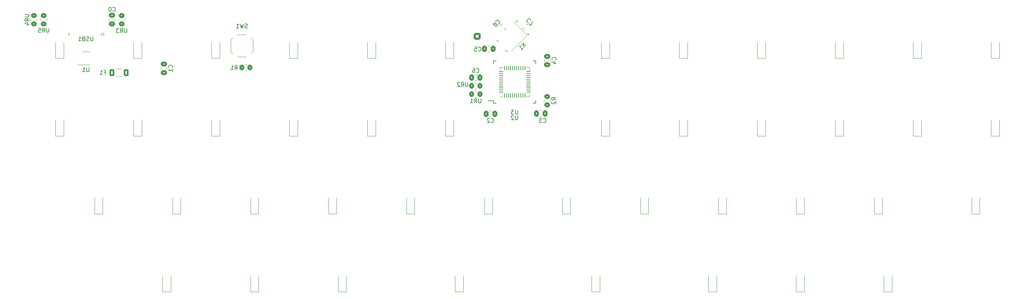
<source format=gbo>
G04 #@! TF.GenerationSoftware,KiCad,Pcbnew,(6.0.5)*
G04 #@! TF.CreationDate,2022-08-11T09:24:00-04:00*
G04 #@! TF.ProjectId,phoenix45_alpha-rounded,70686f65-6e69-4783-9435-5f616c706861,rev?*
G04 #@! TF.SameCoordinates,Original*
G04 #@! TF.FileFunction,Legend,Bot*
G04 #@! TF.FilePolarity,Positive*
%FSLAX46Y46*%
G04 Gerber Fmt 4.6, Leading zero omitted, Abs format (unit mm)*
G04 Created by KiCad (PCBNEW (6.0.5)) date 2022-08-11 09:24:00*
%MOMM*%
%LPD*%
G01*
G04 APERTURE LIST*
G04 Aperture macros list*
%AMRoundRect*
0 Rectangle with rounded corners*
0 $1 Rounding radius*
0 $2 $3 $4 $5 $6 $7 $8 $9 X,Y pos of 4 corners*
0 Add a 4 corners polygon primitive as box body*
4,1,4,$2,$3,$4,$5,$6,$7,$8,$9,$2,$3,0*
0 Add four circle primitives for the rounded corners*
1,1,$1+$1,$2,$3*
1,1,$1+$1,$4,$5*
1,1,$1+$1,$6,$7*
1,1,$1+$1,$8,$9*
0 Add four rect primitives between the rounded corners*
20,1,$1+$1,$2,$3,$4,$5,0*
20,1,$1+$1,$4,$5,$6,$7,0*
20,1,$1+$1,$6,$7,$8,$9,0*
20,1,$1+$1,$8,$9,$2,$3,0*%
%AMRotRect*
0 Rectangle, with rotation*
0 The origin of the aperture is its center*
0 $1 length*
0 $2 width*
0 $3 Rotation angle, in degrees counterclockwise*
0 Add horizontal line*
21,1,$1,$2,0,0,$3*%
G04 Aperture macros list end*
%ADD10C,0.150000*%
%ADD11C,0.125000*%
%ADD12C,0.120000*%
%ADD13C,3.987800*%
%ADD14C,1.750000*%
%ADD15C,2.250000*%
%ADD16R,1.200000X1.200000*%
%ADD17C,1.200000*%
%ADD18C,1.600000*%
%ADD19O,1.600000X1.600000*%
%ADD20C,1.397000*%
%ADD21R,1.200000X0.900000*%
%ADD22RoundRect,0.250000X-0.350000X-0.450000X0.350000X-0.450000X0.350000X0.450000X-0.350000X0.450000X0*%
%ADD23RotRect,2.100000X1.800000X225.000000*%
%ADD24RoundRect,0.250000X0.475000X-0.337500X0.475000X0.337500X-0.475000X0.337500X-0.475000X-0.337500X0*%
%ADD25RoundRect,0.250000X-0.337500X-0.475000X0.337500X-0.475000X0.337500X0.475000X-0.337500X0.475000X0*%
%ADD26RoundRect,0.250000X0.450000X-0.350000X0.450000X0.350000X-0.450000X0.350000X-0.450000X-0.350000X0*%
%ADD27RoundRect,0.062500X-0.475000X-0.062500X0.475000X-0.062500X0.475000X0.062500X-0.475000X0.062500X0*%
%ADD28RoundRect,0.062500X-0.062500X-0.475000X0.062500X-0.475000X0.062500X0.475000X-0.062500X0.475000X0*%
%ADD29R,5.200000X5.200000*%
%ADD30R,1.100000X1.800000*%
%ADD31RoundRect,0.250000X0.097227X-0.574524X0.574524X-0.097227X-0.097227X0.574524X-0.574524X0.097227X0*%
%ADD32RoundRect,0.250000X0.337500X0.475000X-0.337500X0.475000X-0.337500X-0.475000X0.337500X-0.475000X0*%
%ADD33RoundRect,0.250000X-0.450000X0.350000X-0.450000X-0.350000X0.450000X-0.350000X0.450000X0.350000X0*%
%ADD34C,0.650000*%
%ADD35R,0.600000X2.450000*%
%ADD36R,0.300000X2.450000*%
%ADD37RoundRect,0.250000X-0.600000X-0.600000X0.600000X-0.600000X0.600000X0.600000X-0.600000X0.600000X0*%
%ADD38C,1.700000*%
%ADD39R,1.560000X0.650000*%
%ADD40R,1.500000X0.550000*%
%ADD41R,0.550000X1.500000*%
%ADD42RoundRect,0.250000X0.574524X0.097227X0.097227X0.574524X-0.574524X-0.097227X-0.097227X-0.574524X0*%
%ADD43RoundRect,0.210527X-0.389473X-0.664473X0.389473X-0.664473X0.389473X0.664473X-0.389473X0.664473X0*%
%ADD44RoundRect,0.250000X0.350000X0.450000X-0.350000X0.450000X-0.350000X-0.450000X0.350000X-0.450000X0*%
G04 APERTURE END LIST*
D10*
X137786904Y-46283630D02*
X137786904Y-47093154D01*
X137739285Y-47188392D01*
X137691666Y-47236011D01*
X137596428Y-47283630D01*
X137405952Y-47283630D01*
X137310714Y-47236011D01*
X137263095Y-47188392D01*
X137215476Y-47093154D01*
X137215476Y-46283630D01*
X136167857Y-47283630D02*
X136501190Y-46807440D01*
X136739285Y-47283630D02*
X136739285Y-46283630D01*
X136358333Y-46283630D01*
X136263095Y-46331250D01*
X136215476Y-46378869D01*
X136167857Y-46474107D01*
X136167857Y-46616964D01*
X136215476Y-46712202D01*
X136263095Y-46759821D01*
X136358333Y-46807440D01*
X136739285Y-46807440D01*
X135786904Y-46378869D02*
X135739285Y-46331250D01*
X135644047Y-46283630D01*
X135405952Y-46283630D01*
X135310714Y-46331250D01*
X135263095Y-46378869D01*
X135215476Y-46474107D01*
X135215476Y-46569345D01*
X135263095Y-46712202D01*
X135834523Y-47283630D01*
X135215476Y-47283630D01*
X151290138Y-36531058D02*
X151525840Y-37709569D01*
X150818734Y-37002462D02*
X151997245Y-37238164D01*
X150886077Y-38349332D02*
X151290138Y-37945271D01*
X151088108Y-38147302D02*
X150381001Y-37440195D01*
X150549360Y-37473867D01*
X150684047Y-37473867D01*
X150785062Y-37440195D01*
D11*
X147185923Y-38259042D02*
X147152251Y-38259042D01*
X147101744Y-38275878D01*
X147017564Y-38360058D01*
X147000728Y-38410565D01*
X147000728Y-38444237D01*
X147017564Y-38494745D01*
X147051236Y-38528416D01*
X147118579Y-38562088D01*
X147522640Y-38562088D01*
X147303774Y-38780955D01*
X145030366Y-35803404D02*
X144811500Y-36022270D01*
X145064038Y-36039106D01*
X145013530Y-36089614D01*
X144996694Y-36140121D01*
X144996694Y-36173793D01*
X145013530Y-36224301D01*
X145097710Y-36308480D01*
X145148217Y-36325316D01*
X145181889Y-36325316D01*
X145232397Y-36308480D01*
X145333412Y-36207465D01*
X145350248Y-36156957D01*
X145350248Y-36123285D01*
X149591650Y-31367076D02*
X149827352Y-31602778D01*
X149541142Y-31148209D02*
X149877859Y-31316568D01*
X149658993Y-31535434D01*
X152535858Y-34706686D02*
X152737889Y-34504655D01*
X152636873Y-34605670D02*
X152283320Y-34252117D01*
X152367499Y-34268953D01*
X152434843Y-34268953D01*
X152485350Y-34252117D01*
D10*
X51017153Y-28816028D02*
X51064772Y-28863647D01*
X51207629Y-28911266D01*
X51302867Y-28911266D01*
X51445725Y-28863647D01*
X51540963Y-28768409D01*
X51588582Y-28673171D01*
X51636201Y-28482695D01*
X51636201Y-28339838D01*
X51588582Y-28149362D01*
X51540963Y-28054124D01*
X51445725Y-27958886D01*
X51302867Y-27911266D01*
X51207629Y-27911266D01*
X51064772Y-27958886D01*
X51017153Y-28006505D01*
X50398106Y-27911266D02*
X50302867Y-27911266D01*
X50207629Y-27958886D01*
X50160010Y-28006505D01*
X50112391Y-28101743D01*
X50064772Y-28292219D01*
X50064772Y-28530314D01*
X50112391Y-28720790D01*
X50160010Y-28816028D01*
X50207629Y-28863647D01*
X50302867Y-28911266D01*
X50398106Y-28911266D01*
X50493344Y-28863647D01*
X50540963Y-28816028D01*
X50588582Y-28720790D01*
X50636201Y-28530314D01*
X50636201Y-28292219D01*
X50588582Y-28101743D01*
X50540963Y-28006505D01*
X50493344Y-27958886D01*
X50398106Y-27911266D01*
X143466395Y-56012142D02*
X143514014Y-56059761D01*
X143656871Y-56107380D01*
X143752109Y-56107380D01*
X143894967Y-56059761D01*
X143990205Y-55964523D01*
X144037824Y-55869285D01*
X144085443Y-55678809D01*
X144085443Y-55535952D01*
X144037824Y-55345476D01*
X143990205Y-55250238D01*
X143894967Y-55155000D01*
X143752109Y-55107380D01*
X143656871Y-55107380D01*
X143514014Y-55155000D01*
X143466395Y-55202619D01*
X143085443Y-55202619D02*
X143037824Y-55155000D01*
X142942586Y-55107380D01*
X142704490Y-55107380D01*
X142609252Y-55155000D01*
X142561633Y-55202619D01*
X142514014Y-55297857D01*
X142514014Y-55393095D01*
X142561633Y-55535952D01*
X143133062Y-56107380D01*
X142514014Y-56107380D01*
X159264880Y-50633333D02*
X158788690Y-50300000D01*
X159264880Y-50061904D02*
X158264880Y-50061904D01*
X158264880Y-50442857D01*
X158312500Y-50538095D01*
X158360119Y-50585714D01*
X158455357Y-50633333D01*
X158598214Y-50633333D01*
X158693452Y-50585714D01*
X158741071Y-50538095D01*
X158788690Y-50442857D01*
X158788690Y-50061904D01*
X158360119Y-51014285D02*
X158312500Y-51061904D01*
X158264880Y-51157142D01*
X158264880Y-51395238D01*
X158312500Y-51490476D01*
X158360119Y-51538095D01*
X158455357Y-51585714D01*
X158550595Y-51585714D01*
X158693452Y-51538095D01*
X159264880Y-50966666D01*
X159264880Y-51585714D01*
X149928491Y-54459916D02*
X149928491Y-55269440D01*
X149880872Y-55364678D01*
X149833253Y-55412297D01*
X149738015Y-55459916D01*
X149547539Y-55459916D01*
X149452301Y-55412297D01*
X149404682Y-55364678D01*
X149357063Y-55269440D01*
X149357063Y-54459916D01*
X148928491Y-54555155D02*
X148880872Y-54507536D01*
X148785634Y-54459916D01*
X148547539Y-54459916D01*
X148452301Y-54507536D01*
X148404682Y-54555155D01*
X148357063Y-54650393D01*
X148357063Y-54745631D01*
X148404682Y-54888488D01*
X148976110Y-55459916D01*
X148357063Y-55459916D01*
X83883333Y-32948511D02*
X83740476Y-32996130D01*
X83502380Y-32996130D01*
X83407142Y-32948511D01*
X83359523Y-32900892D01*
X83311904Y-32805654D01*
X83311904Y-32710416D01*
X83359523Y-32615178D01*
X83407142Y-32567559D01*
X83502380Y-32519940D01*
X83692857Y-32472321D01*
X83788095Y-32424702D01*
X83835714Y-32377083D01*
X83883333Y-32281845D01*
X83883333Y-32186607D01*
X83835714Y-32091369D01*
X83788095Y-32043750D01*
X83692857Y-31996130D01*
X83454761Y-31996130D01*
X83311904Y-32043750D01*
X82978571Y-31996130D02*
X82740476Y-32996130D01*
X82550000Y-32281845D01*
X82359523Y-32996130D01*
X82121428Y-31996130D01*
X81216666Y-32996130D02*
X81788095Y-32996130D01*
X81502380Y-32996130D02*
X81502380Y-31996130D01*
X81597619Y-32138988D01*
X81692857Y-32234226D01*
X81788095Y-32281845D01*
X145239889Y-31984557D02*
X145307232Y-31984557D01*
X145441919Y-31917213D01*
X145509263Y-31849869D01*
X145576606Y-31715182D01*
X145576606Y-31580495D01*
X145542935Y-31479480D01*
X145441919Y-31311121D01*
X145340904Y-31210106D01*
X145172545Y-31109091D01*
X145071530Y-31075419D01*
X144936843Y-31075419D01*
X144802156Y-31142763D01*
X144734812Y-31210106D01*
X144667469Y-31344793D01*
X144667469Y-31412137D01*
X144499110Y-32051900D02*
X144532782Y-31950885D01*
X144532782Y-31883541D01*
X144499110Y-31782526D01*
X144465438Y-31748854D01*
X144364423Y-31715182D01*
X144297080Y-31715182D01*
X144196064Y-31748854D01*
X144061377Y-31883541D01*
X144027706Y-31984557D01*
X144027706Y-32051900D01*
X144061377Y-32152915D01*
X144095049Y-32186587D01*
X144196064Y-32220259D01*
X144263408Y-32220259D01*
X144364423Y-32186587D01*
X144499110Y-32051900D01*
X144600125Y-32018228D01*
X144667469Y-32018228D01*
X144768484Y-32051900D01*
X144903171Y-32186587D01*
X144936843Y-32287602D01*
X144936843Y-32354946D01*
X144903171Y-32455961D01*
X144768484Y-32590648D01*
X144667469Y-32624320D01*
X144600125Y-32624320D01*
X144499110Y-32590648D01*
X144364423Y-32455961D01*
X144330751Y-32354946D01*
X144330751Y-32287602D01*
X144364423Y-32186587D01*
X139866666Y-43776044D02*
X139914285Y-43823663D01*
X140057142Y-43871282D01*
X140152380Y-43871282D01*
X140295238Y-43823663D01*
X140390476Y-43728425D01*
X140438095Y-43633187D01*
X140485714Y-43442711D01*
X140485714Y-43299854D01*
X140438095Y-43109378D01*
X140390476Y-43014140D01*
X140295238Y-42918902D01*
X140152380Y-42871282D01*
X140057142Y-42871282D01*
X139914285Y-42918902D01*
X139866666Y-42966521D01*
X139009523Y-42871282D02*
X139200000Y-42871282D01*
X139295238Y-42918902D01*
X139342857Y-42966521D01*
X139438095Y-43109378D01*
X139485714Y-43299854D01*
X139485714Y-43680806D01*
X139438095Y-43776044D01*
X139390476Y-43823663D01*
X139295238Y-43871282D01*
X139104761Y-43871282D01*
X139009523Y-43823663D01*
X138961904Y-43776044D01*
X138914285Y-43680806D01*
X138914285Y-43442711D01*
X138961904Y-43347473D01*
X139009523Y-43299854D01*
X139104761Y-43252235D01*
X139295238Y-43252235D01*
X139390476Y-43299854D01*
X139438095Y-43347473D01*
X139485714Y-43442711D01*
X54451191Y-33114106D02*
X54451191Y-33923630D01*
X54403572Y-34018868D01*
X54355953Y-34066487D01*
X54260715Y-34114106D01*
X54070239Y-34114106D01*
X53975001Y-34066487D01*
X53927382Y-34018868D01*
X53879763Y-33923630D01*
X53879763Y-33114106D01*
X52832144Y-34114106D02*
X53165477Y-33637916D01*
X53403572Y-34114106D02*
X53403572Y-33114106D01*
X53022620Y-33114106D01*
X52927382Y-33161726D01*
X52879763Y-33209345D01*
X52832144Y-33304583D01*
X52832144Y-33447440D01*
X52879763Y-33542678D01*
X52927382Y-33590297D01*
X53022620Y-33637916D01*
X53403572Y-33637916D01*
X52498810Y-33114106D02*
X51879763Y-33114106D01*
X52213096Y-33495059D01*
X52070239Y-33495059D01*
X51975001Y-33542678D01*
X51927382Y-33590297D01*
X51879763Y-33685535D01*
X51879763Y-33923630D01*
X51927382Y-34018868D01*
X51975001Y-34066487D01*
X52070239Y-34114106D01*
X52355953Y-34114106D01*
X52451191Y-34066487D01*
X52498810Y-34018868D01*
X159229642Y-40802789D02*
X159277261Y-40755170D01*
X159324880Y-40612313D01*
X159324880Y-40517075D01*
X159277261Y-40374217D01*
X159182023Y-40278979D01*
X159086785Y-40231360D01*
X158896309Y-40183741D01*
X158753452Y-40183741D01*
X158562976Y-40231360D01*
X158467738Y-40278979D01*
X158372500Y-40374217D01*
X158324880Y-40517075D01*
X158324880Y-40612313D01*
X158372500Y-40755170D01*
X158420119Y-40802789D01*
X158658214Y-41659932D02*
X159324880Y-41659932D01*
X158277261Y-41421836D02*
X158991547Y-41183741D01*
X158991547Y-41802789D01*
X65537142Y-42701697D02*
X65584761Y-42654078D01*
X65632380Y-42511221D01*
X65632380Y-42415983D01*
X65584761Y-42273125D01*
X65489523Y-42177887D01*
X65394285Y-42130268D01*
X65203809Y-42082649D01*
X65060952Y-42082649D01*
X64870476Y-42130268D01*
X64775238Y-42177887D01*
X64680000Y-42273125D01*
X64632380Y-42415983D01*
X64632380Y-42511221D01*
X64680000Y-42654078D01*
X64727619Y-42701697D01*
X65632380Y-43654078D02*
X65632380Y-43082649D01*
X65632380Y-43368364D02*
X64632380Y-43368364D01*
X64775238Y-43273125D01*
X64870476Y-43177887D01*
X64918095Y-43082649D01*
X29552380Y-29694345D02*
X30361904Y-29694345D01*
X30457142Y-29741964D01*
X30504761Y-29789583D01*
X30552380Y-29884821D01*
X30552380Y-30075297D01*
X30504761Y-30170535D01*
X30457142Y-30218154D01*
X30361904Y-30265773D01*
X29552380Y-30265773D01*
X30552380Y-31313392D02*
X30076190Y-30980059D01*
X30552380Y-30741964D02*
X29552380Y-30741964D01*
X29552380Y-31122916D01*
X29600000Y-31218154D01*
X29647619Y-31265773D01*
X29742857Y-31313392D01*
X29885714Y-31313392D01*
X29980952Y-31265773D01*
X30028571Y-31218154D01*
X30076190Y-31122916D01*
X30076190Y-30741964D01*
X29885714Y-32170535D02*
X30552380Y-32170535D01*
X29504761Y-31932440D02*
X30219047Y-31694345D01*
X30219047Y-32313392D01*
X35410218Y-33057949D02*
X35410218Y-33867473D01*
X35362599Y-33962711D01*
X35314980Y-34010330D01*
X35219742Y-34057949D01*
X35029266Y-34057949D01*
X34934028Y-34010330D01*
X34886409Y-33962711D01*
X34838790Y-33867473D01*
X34838790Y-33057949D01*
X33791171Y-34057949D02*
X34124504Y-33581759D01*
X34362599Y-34057949D02*
X34362599Y-33057949D01*
X33981647Y-33057949D01*
X33886409Y-33105569D01*
X33838790Y-33153188D01*
X33791171Y-33248426D01*
X33791171Y-33391283D01*
X33838790Y-33486521D01*
X33886409Y-33534140D01*
X33981647Y-33581759D01*
X34362599Y-33581759D01*
X32886409Y-33057949D02*
X33362599Y-33057949D01*
X33410218Y-33534140D01*
X33362599Y-33486521D01*
X33267361Y-33438902D01*
X33029266Y-33438902D01*
X32934028Y-33486521D01*
X32886409Y-33534140D01*
X32838790Y-33629378D01*
X32838790Y-33867473D01*
X32886409Y-33962711D01*
X32934028Y-34010330D01*
X33029266Y-34057949D01*
X33267361Y-34057949D01*
X33362599Y-34010330D01*
X33410218Y-33962711D01*
X46188095Y-35140980D02*
X46188095Y-35950504D01*
X46140476Y-36045742D01*
X46092857Y-36093361D01*
X45997619Y-36140980D01*
X45807142Y-36140980D01*
X45711904Y-36093361D01*
X45664285Y-36045742D01*
X45616666Y-35950504D01*
X45616666Y-35140980D01*
X45188095Y-36093361D02*
X45045238Y-36140980D01*
X44807142Y-36140980D01*
X44711904Y-36093361D01*
X44664285Y-36045742D01*
X44616666Y-35950504D01*
X44616666Y-35855266D01*
X44664285Y-35760028D01*
X44711904Y-35712409D01*
X44807142Y-35664790D01*
X44997619Y-35617171D01*
X45092857Y-35569552D01*
X45140476Y-35521933D01*
X45188095Y-35426695D01*
X45188095Y-35331457D01*
X45140476Y-35236219D01*
X45092857Y-35188600D01*
X44997619Y-35140980D01*
X44759523Y-35140980D01*
X44616666Y-35188600D01*
X43854761Y-35617171D02*
X43711904Y-35664790D01*
X43664285Y-35712409D01*
X43616666Y-35807647D01*
X43616666Y-35950504D01*
X43664285Y-36045742D01*
X43711904Y-36093361D01*
X43807142Y-36140980D01*
X44188095Y-36140980D01*
X44188095Y-35140980D01*
X43854761Y-35140980D01*
X43759523Y-35188600D01*
X43711904Y-35236219D01*
X43664285Y-35331457D01*
X43664285Y-35426695D01*
X43711904Y-35521933D01*
X43759523Y-35569552D01*
X43854761Y-35617171D01*
X44188095Y-35617171D01*
X42664285Y-36140980D02*
X43235714Y-36140980D01*
X42950000Y-36140980D02*
X42950000Y-35140980D01*
X43045238Y-35283838D01*
X43140476Y-35379076D01*
X43235714Y-35426695D01*
D11*
X48403189Y-34309205D02*
X48117475Y-34309205D01*
X48260332Y-34309205D02*
X48260332Y-34809205D01*
X48212713Y-34737776D01*
X48165094Y-34690157D01*
X48117475Y-34666348D01*
X48593666Y-34761586D02*
X48617475Y-34785396D01*
X48665094Y-34809205D01*
X48784142Y-34809205D01*
X48831761Y-34785396D01*
X48855570Y-34761586D01*
X48879380Y-34713967D01*
X48879380Y-34666348D01*
X48855570Y-34594919D01*
X48569856Y-34309205D01*
X48879380Y-34309205D01*
X40448610Y-34266829D02*
X40162895Y-34266829D01*
X40305753Y-34266829D02*
X40305753Y-34766829D01*
X40258133Y-34695400D01*
X40210514Y-34647781D01*
X40162895Y-34623972D01*
D10*
X45211904Y-42703854D02*
X45211904Y-43513378D01*
X45164285Y-43608616D01*
X45116666Y-43656235D01*
X45021428Y-43703854D01*
X44830952Y-43703854D01*
X44735714Y-43656235D01*
X44688095Y-43608616D01*
X44640476Y-43513378D01*
X44640476Y-42703854D01*
X43640476Y-43703854D02*
X44211904Y-43703854D01*
X43926190Y-43703854D02*
X43926190Y-42703854D01*
X44021428Y-42846712D01*
X44116666Y-42941950D01*
X44211904Y-42989569D01*
X149986904Y-53098452D02*
X149986904Y-53907976D01*
X149939285Y-54003214D01*
X149891666Y-54050833D01*
X149796428Y-54098452D01*
X149605952Y-54098452D01*
X149510714Y-54050833D01*
X149463095Y-54003214D01*
X149415476Y-53907976D01*
X149415476Y-53098452D01*
X149034523Y-53098452D02*
X148415476Y-53098452D01*
X148748809Y-53479405D01*
X148605952Y-53479405D01*
X148510714Y-53527024D01*
X148463095Y-53574643D01*
X148415476Y-53669881D01*
X148415476Y-53907976D01*
X148463095Y-54003214D01*
X148510714Y-54050833D01*
X148605952Y-54098452D01*
X148891666Y-54098452D01*
X148986904Y-54050833D01*
X149034523Y-54003214D01*
X153099321Y-31047875D02*
X153099321Y-30980532D01*
X153031977Y-30845845D01*
X152964634Y-30778501D01*
X152829946Y-30711158D01*
X152695259Y-30711158D01*
X152594244Y-30744829D01*
X152425885Y-30845845D01*
X152324870Y-30946860D01*
X152223855Y-31115219D01*
X152190183Y-31216234D01*
X152190183Y-31350921D01*
X152257527Y-31485608D01*
X152324870Y-31552952D01*
X152459557Y-31620295D01*
X152526901Y-31620295D01*
X152695259Y-31923341D02*
X153166664Y-32394745D01*
X153570725Y-31384593D01*
X48918373Y-43830390D02*
X49251706Y-43830390D01*
X49251706Y-44354199D02*
X49251706Y-43354199D01*
X48775516Y-43354199D01*
X47870754Y-44354199D02*
X48442182Y-44354199D01*
X48156468Y-44354199D02*
X48156468Y-43354199D01*
X48251706Y-43497057D01*
X48346944Y-43592295D01*
X48442182Y-43639914D01*
X140961904Y-50314880D02*
X140961904Y-51124404D01*
X140914285Y-51219642D01*
X140866666Y-51267261D01*
X140771428Y-51314880D01*
X140580952Y-51314880D01*
X140485714Y-51267261D01*
X140438095Y-51219642D01*
X140390476Y-51124404D01*
X140390476Y-50314880D01*
X139342857Y-51314880D02*
X139676190Y-50838690D01*
X139914285Y-51314880D02*
X139914285Y-50314880D01*
X139533333Y-50314880D01*
X139438095Y-50362500D01*
X139390476Y-50410119D01*
X139342857Y-50505357D01*
X139342857Y-50648214D01*
X139390476Y-50743452D01*
X139438095Y-50791071D01*
X139533333Y-50838690D01*
X139914285Y-50838690D01*
X138390476Y-51314880D02*
X138961904Y-51314880D01*
X138676190Y-51314880D02*
X138676190Y-50314880D01*
X138771428Y-50457738D01*
X138866666Y-50552976D01*
X138961904Y-50600595D01*
X80845456Y-43155088D02*
X81178790Y-42678898D01*
X81416885Y-43155088D02*
X81416885Y-42155088D01*
X81035932Y-42155088D01*
X80940694Y-42202708D01*
X80893075Y-42250327D01*
X80845456Y-42345565D01*
X80845456Y-42488422D01*
X80893075Y-42583660D01*
X80940694Y-42631279D01*
X81035932Y-42678898D01*
X81416885Y-42678898D01*
X79893075Y-43155088D02*
X80464504Y-43155088D01*
X80178790Y-43155088D02*
X80178790Y-42155088D01*
X80274028Y-42297946D01*
X80369266Y-42393184D01*
X80464504Y-42440803D01*
X140341201Y-38551989D02*
X140388820Y-38599608D01*
X140531677Y-38647227D01*
X140626915Y-38647227D01*
X140769773Y-38599608D01*
X140865011Y-38504370D01*
X140912630Y-38409132D01*
X140960249Y-38218656D01*
X140960249Y-38075799D01*
X140912630Y-37885323D01*
X140865011Y-37790085D01*
X140769773Y-37694847D01*
X140626915Y-37647227D01*
X140531677Y-37647227D01*
X140388820Y-37694847D01*
X140341201Y-37742466D01*
X139436439Y-37647227D02*
X139912630Y-37647227D01*
X139960249Y-38123418D01*
X139912630Y-38075799D01*
X139817392Y-38028180D01*
X139579296Y-38028180D01*
X139484058Y-38075799D01*
X139436439Y-38123418D01*
X139388820Y-38218656D01*
X139388820Y-38456751D01*
X139436439Y-38551989D01*
X139484058Y-38599608D01*
X139579296Y-38647227D01*
X139817392Y-38647227D01*
X139912630Y-38599608D01*
X139960249Y-38551989D01*
X156213321Y-56060495D02*
X156260940Y-56108114D01*
X156403797Y-56155733D01*
X156499035Y-56155733D01*
X156641893Y-56108114D01*
X156737131Y-56012876D01*
X156784750Y-55917638D01*
X156832369Y-55727162D01*
X156832369Y-55584305D01*
X156784750Y-55393829D01*
X156737131Y-55298591D01*
X156641893Y-55203353D01*
X156499035Y-55155733D01*
X156403797Y-55155733D01*
X156260940Y-55203353D01*
X156213321Y-55250972D01*
X155879988Y-55155733D02*
X155260940Y-55155733D01*
X155594274Y-55536686D01*
X155451416Y-55536686D01*
X155356178Y-55584305D01*
X155308559Y-55631924D01*
X155260940Y-55727162D01*
X155260940Y-55965257D01*
X155308559Y-56060495D01*
X155356178Y-56108114D01*
X155451416Y-56155733D01*
X155737131Y-56155733D01*
X155832369Y-56108114D01*
X155879988Y-56060495D01*
D12*
X86650630Y-78450000D02*
X84650630Y-78450000D01*
X86650630Y-78450000D02*
X86650630Y-74550000D01*
X84650630Y-78450000D02*
X84650630Y-74550000D01*
X139472936Y-46445500D02*
X139927064Y-46445500D01*
X139472936Y-47915500D02*
X139927064Y-47915500D01*
X149041892Y-31609274D02*
X152223873Y-34791255D01*
X152223873Y-34791255D02*
X148405496Y-38609632D01*
X51535000Y-31217502D02*
X51535000Y-30694998D01*
X50065000Y-31217502D02*
X50065000Y-30694998D01*
X105701418Y-78450000D02*
X103701418Y-78450000D01*
X105701418Y-78450000D02*
X105701418Y-74550000D01*
X103701418Y-78450000D02*
X103701418Y-74550000D01*
X169995262Y-97500000D02*
X167995262Y-97500000D01*
X169995262Y-97500000D02*
X169995262Y-93600000D01*
X167995262Y-97500000D02*
X167995262Y-93600000D01*
X265626512Y-59400000D02*
X265626512Y-55500000D01*
X267626512Y-59400000D02*
X265626512Y-59400000D01*
X267626512Y-59400000D02*
X267626512Y-55500000D01*
X191426512Y-59400000D02*
X191426512Y-55500000D01*
X189426512Y-59400000D02*
X189426512Y-55500000D01*
X191426512Y-59400000D02*
X189426512Y-59400000D01*
X75118439Y-59400000D02*
X75118439Y-55500000D01*
X77118439Y-59400000D02*
X77118439Y-55500000D01*
X77118439Y-59400000D02*
X75118439Y-59400000D01*
X267626512Y-40350000D02*
X267626512Y-36450000D01*
X267626512Y-40350000D02*
X265626512Y-40350000D01*
X265626512Y-40350000D02*
X265626512Y-36450000D01*
X136651081Y-97500000D02*
X134651081Y-97500000D01*
X136651081Y-97500000D02*
X136651081Y-93600000D01*
X134651081Y-97500000D02*
X134651081Y-93600000D01*
X198564834Y-97500000D02*
X196564834Y-97500000D01*
X196564834Y-97500000D02*
X196564834Y-93600000D01*
X198564834Y-97500000D02*
X198564834Y-93600000D01*
X143038477Y-54710000D02*
X143560981Y-54710000D01*
X143038477Y-53240000D02*
X143560981Y-53240000D01*
X156427500Y-51027064D02*
X156427500Y-50572936D01*
X157897500Y-51027064D02*
X157897500Y-50572936D01*
X246576512Y-59400000D02*
X246576512Y-55500000D01*
X248576512Y-59400000D02*
X248576512Y-55500000D01*
X248576512Y-59400000D02*
X246576512Y-59400000D01*
X152835000Y-49806072D02*
X152835000Y-49081072D01*
X152110000Y-42586072D02*
X152835000Y-42586072D01*
X146340000Y-49806072D02*
X145615000Y-49806072D01*
X146340000Y-42586072D02*
X145615000Y-42586072D01*
X152835000Y-42586072D02*
X152835000Y-43311072D01*
X145615000Y-42586072D02*
X145615000Y-43311072D01*
X152110000Y-49806072D02*
X152835000Y-49806072D01*
X67599842Y-78450000D02*
X67599842Y-74550000D01*
X65599842Y-78450000D02*
X65599842Y-74550000D01*
X67599842Y-78450000D02*
X65599842Y-78450000D01*
X262848144Y-78450000D02*
X262848144Y-74550000D01*
X260848144Y-78450000D02*
X260848144Y-74550000D01*
X262848144Y-78450000D02*
X260848144Y-78450000D01*
X85270000Y-35856250D02*
X85270000Y-38756250D01*
X79830000Y-35856250D02*
X79830000Y-38756250D01*
X85270000Y-38756250D02*
X84780000Y-39246250D01*
X79830000Y-35856250D02*
X80320000Y-35366250D01*
X79830000Y-38756250D02*
X80320000Y-39246250D01*
X85270000Y-35856250D02*
X84780000Y-35366250D01*
X83590000Y-34586250D02*
X81510000Y-34586250D01*
X83590000Y-40026250D02*
X81510000Y-40026250D01*
X146677434Y-33432660D02*
X147046901Y-33063193D01*
X145637987Y-32393213D02*
X146007454Y-32023746D01*
X58069135Y-40350000D02*
X56069135Y-40350000D01*
X56069135Y-40350000D02*
X56069135Y-36450000D01*
X58069135Y-40350000D02*
X58069135Y-36450000D01*
X139961252Y-44363902D02*
X139438748Y-44363902D01*
X139961252Y-45833902D02*
X139438748Y-45833902D01*
X39019831Y-59400000D02*
X37019831Y-59400000D01*
X39019831Y-59400000D02*
X39019831Y-55500000D01*
X37019831Y-59400000D02*
X37019831Y-55500000D01*
X53916250Y-30729186D02*
X53916250Y-31183314D01*
X52446250Y-30729186D02*
X52446250Y-31183314D01*
X217991491Y-97500000D02*
X217991491Y-93600000D01*
X219991491Y-97500000D02*
X217991491Y-97500000D01*
X219991491Y-97500000D02*
X219991491Y-93600000D01*
X227526512Y-40350000D02*
X227526512Y-36450000D01*
X229526512Y-40350000D02*
X227526512Y-40350000D01*
X229526512Y-40350000D02*
X229526512Y-36450000D01*
X156457500Y-41230708D02*
X156457500Y-40708204D01*
X157927500Y-41230708D02*
X157927500Y-40708204D01*
X96167743Y-40350000D02*
X96167743Y-36450000D01*
X94167743Y-40350000D02*
X94167743Y-36450000D01*
X96167743Y-40350000D02*
X94167743Y-40350000D01*
X172376512Y-40350000D02*
X172376512Y-36450000D01*
X172376512Y-40350000D02*
X170376512Y-40350000D01*
X170376512Y-40350000D02*
X170376512Y-36450000D01*
X64235000Y-43129616D02*
X64235000Y-42607112D01*
X62765000Y-43129616D02*
X62765000Y-42607112D01*
X134266352Y-59400000D02*
X132266352Y-59400000D01*
X132266352Y-59400000D02*
X132266352Y-55500000D01*
X134266352Y-59400000D02*
X134266352Y-55500000D01*
X108081092Y-97500000D02*
X106081092Y-97500000D01*
X106081092Y-97500000D02*
X106081092Y-93600000D01*
X108081092Y-97500000D02*
X108081092Y-93600000D01*
X31015000Y-30729186D02*
X31015000Y-31183314D01*
X32485000Y-30729186D02*
X32485000Y-31183314D01*
X248576512Y-40350000D02*
X248576512Y-36450000D01*
X248576512Y-40350000D02*
X246576512Y-40350000D01*
X246576512Y-40350000D02*
X246576512Y-36450000D01*
X208476512Y-59400000D02*
X208476512Y-55500000D01*
X210476512Y-59400000D02*
X210476512Y-55500000D01*
X210476512Y-59400000D02*
X208476512Y-59400000D01*
X162853782Y-78450000D02*
X162853782Y-74550000D01*
X160853782Y-78450000D02*
X160853782Y-74550000D01*
X162853782Y-78450000D02*
X160853782Y-78450000D01*
X200955358Y-78450000D02*
X198955358Y-78450000D01*
X198955358Y-78450000D02*
X198955358Y-74550000D01*
X200955358Y-78450000D02*
X200955358Y-74550000D01*
X33396250Y-30729186D02*
X33396250Y-31183314D01*
X34866250Y-30729186D02*
X34866250Y-31183314D01*
X143802994Y-78450000D02*
X143802994Y-74550000D01*
X143802994Y-78450000D02*
X141802994Y-78450000D01*
X141802994Y-78450000D02*
X141802994Y-74550000D01*
X77118439Y-40350000D02*
X77118439Y-36450000D01*
X75118439Y-40350000D02*
X75118439Y-36450000D01*
X77118439Y-40350000D02*
X75118439Y-40350000D01*
X227526512Y-59400000D02*
X227526512Y-55500000D01*
X229526512Y-59400000D02*
X227526512Y-59400000D01*
X229526512Y-59400000D02*
X229526512Y-55500000D01*
X122752206Y-78450000D02*
X122752206Y-74550000D01*
X124752206Y-78450000D02*
X124752206Y-74550000D01*
X124752206Y-78450000D02*
X122752206Y-78450000D01*
X220006146Y-78450000D02*
X220006146Y-74550000D01*
X220006146Y-78450000D02*
X218006146Y-78450000D01*
X218006146Y-78450000D02*
X218006146Y-74550000D01*
X43550000Y-38741474D02*
X45350000Y-38741474D01*
X45350000Y-41961474D02*
X42400000Y-41961474D01*
D10*
X144050000Y-50796072D02*
X142775000Y-50796072D01*
X154400000Y-51371072D02*
X153725000Y-51371072D01*
X144050000Y-51371072D02*
X144050000Y-50796072D01*
X144050000Y-41021072D02*
X144725000Y-41021072D01*
X144050000Y-41021072D02*
X144050000Y-41696072D01*
X154400000Y-41021072D02*
X153725000Y-41021072D01*
X154400000Y-51371072D02*
X154400000Y-50696072D01*
X154400000Y-41021072D02*
X154400000Y-41696072D01*
X144050000Y-51371072D02*
X144725000Y-51371072D01*
D12*
X151441705Y-33310661D02*
X151072238Y-32941194D01*
X152481152Y-32271214D02*
X152111685Y-31901747D01*
X239056940Y-78450000D02*
X239056940Y-74550000D01*
X239056940Y-78450000D02*
X237056940Y-78450000D01*
X237056940Y-78450000D02*
X237056940Y-74550000D01*
X208476512Y-40350000D02*
X208476512Y-36450000D01*
X210476512Y-40350000D02*
X210476512Y-36450000D01*
X210476512Y-40350000D02*
X208476512Y-40350000D01*
X134266352Y-40350000D02*
X134266352Y-36450000D01*
X132266352Y-40350000D02*
X132266352Y-36450000D01*
X134266352Y-40350000D02*
X132266352Y-40350000D01*
X51951726Y-42991819D02*
X53155854Y-42991819D01*
X51951726Y-44811819D02*
X53155854Y-44811819D01*
X115217047Y-40350000D02*
X115217047Y-36450000D01*
X113217047Y-40350000D02*
X113217047Y-36450000D01*
X115217047Y-40350000D02*
X113217047Y-40350000D01*
X48548589Y-78450000D02*
X48548589Y-74550000D01*
X46548589Y-78450000D02*
X46548589Y-74550000D01*
X48548589Y-78450000D02*
X46548589Y-78450000D01*
X84666961Y-97500000D02*
X84666961Y-93600000D01*
X86666961Y-97500000D02*
X84666961Y-97500000D01*
X86666961Y-97500000D02*
X86666961Y-93600000D01*
X181904570Y-78450000D02*
X179904570Y-78450000D01*
X181904570Y-78450000D02*
X181904570Y-74550000D01*
X179904570Y-78450000D02*
X179904570Y-74550000D01*
X172376512Y-59400000D02*
X170376512Y-59400000D01*
X170376512Y-59400000D02*
X170376512Y-55500000D01*
X172376512Y-59400000D02*
X172376512Y-55500000D01*
X115217047Y-59400000D02*
X113217047Y-59400000D01*
X115217047Y-59400000D02*
X115217047Y-55500000D01*
X113217047Y-59400000D02*
X113217047Y-55500000D01*
X189426512Y-40350000D02*
X189426512Y-36450000D01*
X191426512Y-40350000D02*
X189426512Y-40350000D01*
X191426512Y-40350000D02*
X191426512Y-36450000D01*
X139472936Y-49947500D02*
X139927064Y-49947500D01*
X139472936Y-48477500D02*
X139927064Y-48477500D01*
X83777064Y-41923741D02*
X83322936Y-41923741D01*
X83777064Y-43393741D02*
X83322936Y-43393741D01*
X96167743Y-59400000D02*
X94167743Y-59400000D01*
X96167743Y-59400000D02*
X96167743Y-55500000D01*
X94167743Y-59400000D02*
X94167743Y-55500000D01*
X58069135Y-59400000D02*
X58069135Y-55500000D01*
X56069135Y-59400000D02*
X56069135Y-55500000D01*
X58069135Y-59400000D02*
X56069135Y-59400000D01*
X39019831Y-40350000D02*
X39019831Y-36450000D01*
X37019831Y-40350000D02*
X37019831Y-36450000D01*
X39019831Y-40350000D02*
X37019831Y-40350000D01*
X143136252Y-37365000D02*
X142613748Y-37365000D01*
X143136252Y-38835000D02*
X142613748Y-38835000D01*
X155836252Y-53199251D02*
X155313748Y-53199251D01*
X155836252Y-54669251D02*
X155313748Y-54669251D01*
X65212329Y-97500000D02*
X65212329Y-93600000D01*
X65212329Y-97500000D02*
X63212329Y-97500000D01*
X63212329Y-97500000D02*
X63212329Y-93600000D01*
X241412720Y-97500000D02*
X241412720Y-93600000D01*
X239412720Y-97500000D02*
X239412720Y-93600000D01*
X241412720Y-97500000D02*
X239412720Y-97500000D01*
%LPC*%
D13*
X101600000Y-75406250D03*
D14*
X96520000Y-75406250D03*
X106680000Y-75406250D03*
D15*
X97790000Y-72866250D03*
X104140000Y-70326250D03*
D14*
X66198750Y-94456250D03*
D13*
X61118750Y-94456250D03*
D14*
X56038750Y-94456250D03*
D15*
X57308750Y-91916250D03*
X63658750Y-89376250D03*
D13*
X120650000Y-75406250D03*
D14*
X115570000Y-75406250D03*
X125730000Y-75406250D03*
D15*
X116840000Y-72866250D03*
X123190000Y-70326250D03*
D14*
X240030000Y-75406250D03*
D13*
X234950000Y-75406250D03*
D14*
X229870000Y-75406250D03*
D15*
X231140000Y-72866250D03*
X237490000Y-70326250D03*
D14*
X182245000Y-56356250D03*
D13*
X187325000Y-56356250D03*
D14*
X192405000Y-56356250D03*
D15*
X183515000Y-53816250D03*
X189865000Y-51276250D03*
D14*
X230505000Y-37306250D03*
X220345000Y-37306250D03*
D13*
X225425000Y-37306250D03*
D15*
X221615000Y-34766250D03*
X227965000Y-32226250D03*
D13*
X254000000Y-75406250D03*
D14*
X259080000Y-75406250D03*
X248920000Y-75406250D03*
D15*
X250190000Y-72866250D03*
X256540000Y-70326250D03*
D14*
X98901250Y-94456250D03*
X109061250Y-94456250D03*
D13*
X103981250Y-94456250D03*
D15*
X100171250Y-91916250D03*
X106521250Y-89376250D03*
D14*
X40005000Y-37306250D03*
X29845000Y-37306250D03*
D13*
X34925000Y-37306250D03*
D15*
X31115000Y-34766250D03*
X37465000Y-32226250D03*
D13*
X215900000Y-94456250D03*
D14*
X220980000Y-94456250D03*
X210820000Y-94456250D03*
D15*
X212090000Y-91916250D03*
X218440000Y-89376250D03*
D14*
X249555000Y-37306250D03*
D13*
X244475000Y-37306250D03*
D14*
X239395000Y-37306250D03*
D15*
X240665000Y-34766250D03*
X247015000Y-32226250D03*
D14*
X201295000Y-37306250D03*
X211455000Y-37306250D03*
D13*
X206375000Y-37306250D03*
D15*
X202565000Y-34766250D03*
X208915000Y-32226250D03*
D13*
X215900000Y-75406250D03*
D14*
X220980000Y-75406250D03*
X210820000Y-75406250D03*
D15*
X212090000Y-72866250D03*
X218440000Y-70326250D03*
D14*
X230505000Y-56356250D03*
D13*
X225425000Y-56356250D03*
D14*
X220345000Y-56356250D03*
D15*
X221615000Y-53816250D03*
X227965000Y-51276250D03*
D14*
X192405000Y-37306250D03*
X182245000Y-37306250D03*
D13*
X187325000Y-37306250D03*
D15*
X183515000Y-34766250D03*
X189865000Y-32226250D03*
D14*
X48895000Y-56356250D03*
X59055000Y-56356250D03*
D13*
X53975000Y-56356250D03*
D15*
X50165000Y-53816250D03*
X56515000Y-51276250D03*
D13*
X92075000Y-56356250D03*
D14*
X86995000Y-56356250D03*
X97155000Y-56356250D03*
D15*
X88265000Y-53816250D03*
X94615000Y-51276250D03*
D14*
X163830000Y-75406250D03*
X153670000Y-75406250D03*
D13*
X158750000Y-75406250D03*
D15*
X154940000Y-72866250D03*
X161290000Y-70326250D03*
D13*
X82550000Y-94456250D03*
D14*
X87630000Y-94456250D03*
X77470000Y-94456250D03*
D15*
X78740000Y-91916250D03*
X85090000Y-89376250D03*
D14*
X78105000Y-56356250D03*
D13*
X73025000Y-56356250D03*
D14*
X67945000Y-56356250D03*
D15*
X69215000Y-53816250D03*
X75565000Y-51276250D03*
D14*
X239395000Y-56356250D03*
X249555000Y-56356250D03*
D13*
X244475000Y-56356250D03*
D15*
X240665000Y-53816250D03*
X247015000Y-51276250D03*
D16*
X148132817Y-61802044D03*
D17*
X148132817Y-63302044D03*
D18*
X150307081Y-62567507D03*
D19*
X157927081Y-62567507D03*
D14*
X173355000Y-56356250D03*
X163195000Y-56356250D03*
D13*
X168275000Y-56356250D03*
D15*
X164465000Y-53816250D03*
X170815000Y-51276250D03*
D14*
X58420000Y-75406250D03*
D13*
X63500000Y-75406250D03*
D14*
X68580000Y-75406250D03*
D15*
X59690000Y-72866250D03*
X66040000Y-70326250D03*
D14*
X137636250Y-94456250D03*
D13*
X132556250Y-94456250D03*
D14*
X127476250Y-94456250D03*
D15*
X128746250Y-91916250D03*
X135096250Y-89376250D03*
D14*
X172720000Y-75406250D03*
D13*
X177800000Y-75406250D03*
D14*
X182880000Y-75406250D03*
D15*
X173990000Y-72866250D03*
X180340000Y-70326250D03*
D13*
X130175000Y-37306250D03*
D14*
X125095000Y-37306250D03*
X135255000Y-37306250D03*
D15*
X126365000Y-34766250D03*
X132715000Y-32226250D03*
D14*
X29845000Y-56356250D03*
D13*
X34925000Y-56356250D03*
D14*
X40005000Y-56356250D03*
D15*
X31115000Y-53816250D03*
X37465000Y-51276250D03*
D14*
X44767500Y-75406250D03*
X34607500Y-75406250D03*
D13*
X39687500Y-75406250D03*
D15*
X35877500Y-72866250D03*
X42227500Y-70326250D03*
D14*
X67945000Y-37306250D03*
X78105000Y-37306250D03*
D13*
X73025000Y-37306250D03*
D15*
X69215000Y-34766250D03*
X75565000Y-32226250D03*
D18*
X157908196Y-59462814D03*
D19*
X150288196Y-59462814D03*
D14*
X135255000Y-56356250D03*
D13*
X130175000Y-56356250D03*
D14*
X125095000Y-56356250D03*
D15*
X126365000Y-53816250D03*
X132715000Y-51276250D03*
D13*
X263525000Y-37306250D03*
D14*
X268605000Y-37306250D03*
X258445000Y-37306250D03*
D15*
X259715000Y-34766250D03*
X266065000Y-32226250D03*
D14*
X106045000Y-37306250D03*
X116205000Y-37306250D03*
D13*
X111125000Y-37306250D03*
D15*
X107315000Y-34766250D03*
X113665000Y-32226250D03*
D13*
X263525000Y-56356250D03*
D14*
X258445000Y-56356250D03*
X268605000Y-56356250D03*
D15*
X259715000Y-53816250D03*
X266065000Y-51276250D03*
D14*
X253682500Y-75406250D03*
D13*
X258762500Y-75406250D03*
D14*
X263842500Y-75406250D03*
D15*
X254952500Y-72866250D03*
X261302500Y-70326250D03*
D14*
X201930000Y-75406250D03*
X191770000Y-75406250D03*
D13*
X196850000Y-75406250D03*
D15*
X193040000Y-72866250D03*
X199390000Y-70326250D03*
D14*
X160813750Y-94456250D03*
D13*
X165893750Y-94456250D03*
D14*
X170973750Y-94456250D03*
D15*
X162083750Y-91916250D03*
X168433750Y-89376250D03*
D20*
X153035000Y-29101250D03*
X150495000Y-29101250D03*
X147955000Y-29101250D03*
X145415000Y-29101250D03*
D13*
X237331250Y-94456250D03*
D14*
X242411250Y-94456250D03*
X232251250Y-94456250D03*
D15*
X233521250Y-91916250D03*
X239871250Y-89376250D03*
D14*
X116205000Y-56356250D03*
X106045000Y-56356250D03*
D13*
X111125000Y-56356250D03*
D15*
X107315000Y-53816250D03*
X113665000Y-51276250D03*
D14*
X199548750Y-94456250D03*
D13*
X194468750Y-94456250D03*
D14*
X189388750Y-94456250D03*
D15*
X190658750Y-91916250D03*
X197008750Y-89376250D03*
D14*
X163195000Y-37306250D03*
X173355000Y-37306250D03*
D13*
X168275000Y-37306250D03*
D15*
X164465000Y-34766250D03*
X170815000Y-32226250D03*
D13*
X44450000Y-75406250D03*
D14*
X49530000Y-75406250D03*
X39370000Y-75406250D03*
D15*
X40640000Y-72866250D03*
X46990000Y-70326250D03*
D14*
X134620000Y-75406250D03*
D13*
X139700000Y-75406250D03*
D14*
X144780000Y-75406250D03*
D15*
X135890000Y-72866250D03*
X142240000Y-70326250D03*
D14*
X87630000Y-75406250D03*
X77470000Y-75406250D03*
D13*
X82550000Y-75406250D03*
D15*
X78740000Y-72866250D03*
X85090000Y-70326250D03*
D13*
X206375000Y-56356250D03*
D14*
X211455000Y-56356250D03*
X201295000Y-56356250D03*
D15*
X202565000Y-53816250D03*
X208915000Y-51276250D03*
D14*
X48895000Y-37306250D03*
D13*
X53975000Y-37306250D03*
D14*
X59055000Y-37306250D03*
D15*
X50165000Y-34766250D03*
X56515000Y-32226250D03*
D18*
X148147035Y-59462814D03*
D19*
X140527035Y-59462814D03*
D14*
X86995000Y-37306250D03*
D13*
X92075000Y-37306250D03*
D14*
X97155000Y-37306250D03*
D15*
X88265000Y-34766250D03*
X94615000Y-32226250D03*
D21*
X85650630Y-77850000D03*
X85650630Y-74550000D03*
D22*
X138700000Y-47180500D03*
X140700000Y-47180500D03*
D23*
X150562172Y-34897321D03*
X148511562Y-36947931D03*
X146885216Y-35321585D03*
X148935826Y-33270975D03*
D24*
X50800000Y-31993750D03*
X50800000Y-29918750D03*
D21*
X104701418Y-77850000D03*
X104701418Y-74550000D03*
X168995262Y-96900000D03*
X168995262Y-93600000D03*
X266626512Y-58800000D03*
X266626512Y-55500000D03*
X190426512Y-58800000D03*
X190426512Y-55500000D03*
X76118439Y-58800000D03*
X76118439Y-55500000D03*
X266626512Y-39750000D03*
X266626512Y-36450000D03*
X135651081Y-96900000D03*
X135651081Y-93600000D03*
X197564834Y-96900000D03*
X197564834Y-93600000D03*
D25*
X142262229Y-53975000D03*
X144337229Y-53975000D03*
D26*
X157162500Y-51800000D03*
X157162500Y-49800000D03*
D21*
X247576512Y-58800000D03*
X247576512Y-55500000D03*
D27*
X145887500Y-48696072D03*
X145887500Y-48196072D03*
X145887500Y-47696072D03*
X145887500Y-47196072D03*
X145887500Y-46696072D03*
X145887500Y-46196072D03*
X145887500Y-45696072D03*
X145887500Y-45196072D03*
X145887500Y-44696072D03*
X145887500Y-44196072D03*
X145887500Y-43696072D03*
D28*
X146725000Y-42858572D03*
X147225000Y-42858572D03*
X147725000Y-42858572D03*
X148225000Y-42858572D03*
X148725000Y-42858572D03*
X149225000Y-42858572D03*
X149725000Y-42858572D03*
X150225000Y-42858572D03*
X150725000Y-42858572D03*
X151225000Y-42858572D03*
X151725000Y-42858572D03*
D27*
X152562500Y-43696072D03*
X152562500Y-44196072D03*
X152562500Y-44696072D03*
X152562500Y-45196072D03*
X152562500Y-45696072D03*
X152562500Y-46196072D03*
X152562500Y-46696072D03*
X152562500Y-47196072D03*
X152562500Y-47696072D03*
X152562500Y-48196072D03*
X152562500Y-48696072D03*
D28*
X151725000Y-49533572D03*
X151225000Y-49533572D03*
X150725000Y-49533572D03*
X150225000Y-49533572D03*
X149725000Y-49533572D03*
X149225000Y-49533572D03*
X148725000Y-49533572D03*
X148225000Y-49533572D03*
X147725000Y-49533572D03*
X147225000Y-49533572D03*
X146725000Y-49533572D03*
D29*
X149225000Y-46196072D03*
D21*
X66599842Y-77850000D03*
X66599842Y-74550000D03*
X261848144Y-77850000D03*
X261848144Y-74550000D03*
D30*
X80700000Y-40406250D03*
X80700000Y-34206250D03*
X84400000Y-34206250D03*
X84400000Y-40406250D03*
D31*
X145608821Y-33461826D03*
X147076067Y-31994580D03*
D21*
X57069135Y-39750000D03*
X57069135Y-36450000D03*
D32*
X140737500Y-45098902D03*
X138662500Y-45098902D03*
D21*
X38019831Y-58800000D03*
X38019831Y-55500000D03*
D33*
X53181250Y-29956250D03*
X53181250Y-31956250D03*
D21*
X218991491Y-96900000D03*
X218991491Y-93600000D03*
X228526512Y-39750000D03*
X228526512Y-36450000D03*
D24*
X157192500Y-42006956D03*
X157192500Y-39931956D03*
D21*
X95167743Y-39750000D03*
X95167743Y-36450000D03*
X171376512Y-39750000D03*
X171376512Y-36450000D03*
D24*
X63500000Y-43905864D03*
X63500000Y-41830864D03*
D21*
X133266352Y-58800000D03*
X133266352Y-55500000D03*
X107081092Y-96900000D03*
X107081092Y-93600000D03*
D33*
X31750000Y-29956250D03*
X31750000Y-31956250D03*
D21*
X247576512Y-39750000D03*
X247576512Y-36450000D03*
X209476512Y-58800000D03*
X209476512Y-55500000D03*
X161853782Y-77850000D03*
X161853782Y-74550000D03*
X199955358Y-77850000D03*
X199955358Y-74550000D03*
D33*
X34131250Y-29956250D03*
X34131250Y-31956250D03*
D34*
X41560000Y-31738600D03*
X47340000Y-31738600D03*
D35*
X41225000Y-33683600D03*
X42000000Y-33683600D03*
D36*
X42700000Y-33683600D03*
X43200000Y-33683600D03*
X43700000Y-33683600D03*
X44200000Y-33683600D03*
X44700000Y-33683600D03*
X45200000Y-33683600D03*
X45700000Y-33683600D03*
X46200000Y-33683600D03*
D35*
X46900000Y-33683600D03*
X47675000Y-33683600D03*
D21*
X142802994Y-77850000D03*
X142802994Y-74550000D03*
X76118439Y-39750000D03*
X76118439Y-36450000D03*
X228526512Y-58800000D03*
X228526512Y-55500000D03*
D37*
X140017500Y-35083750D03*
D38*
X142557500Y-35083750D03*
X140017500Y-32543750D03*
X142557500Y-32543750D03*
X140017500Y-30003750D03*
X142557500Y-30003750D03*
D21*
X123752206Y-77850000D03*
X123752206Y-74550000D03*
X219006146Y-77850000D03*
X219006146Y-74550000D03*
D39*
X43100000Y-41301474D03*
X43100000Y-40351474D03*
X43100000Y-39401474D03*
X45800000Y-39401474D03*
X45800000Y-40351474D03*
X45800000Y-41301474D03*
D40*
X143525000Y-50196072D03*
X143525000Y-49396072D03*
X143525000Y-48596072D03*
X143525000Y-47796072D03*
X143525000Y-46996072D03*
X143525000Y-46196072D03*
X143525000Y-45396072D03*
X143525000Y-44596072D03*
X143525000Y-43796072D03*
X143525000Y-42996072D03*
X143525000Y-42196072D03*
D41*
X145225000Y-40496072D03*
X146025000Y-40496072D03*
X146825000Y-40496072D03*
X147625000Y-40496072D03*
X148425000Y-40496072D03*
X149225000Y-40496072D03*
X150025000Y-40496072D03*
X150825000Y-40496072D03*
X151625000Y-40496072D03*
X152425000Y-40496072D03*
X153225000Y-40496072D03*
D40*
X154925000Y-42196072D03*
X154925000Y-42996072D03*
X154925000Y-43796072D03*
X154925000Y-44596072D03*
X154925000Y-45396072D03*
X154925000Y-46196072D03*
X154925000Y-46996072D03*
X154925000Y-47796072D03*
X154925000Y-48596072D03*
X154925000Y-49396072D03*
X154925000Y-50196072D03*
D41*
X153225000Y-51896072D03*
X152425000Y-51896072D03*
X151625000Y-51896072D03*
X150825000Y-51896072D03*
X150025000Y-51896072D03*
X149225000Y-51896072D03*
X148425000Y-51896072D03*
X147625000Y-51896072D03*
X146825000Y-51896072D03*
X146025000Y-51896072D03*
X145225000Y-51896072D03*
D42*
X152510318Y-33339827D03*
X151043072Y-31872581D03*
D21*
X238056940Y-77850000D03*
X238056940Y-74550000D03*
X209476512Y-39750000D03*
X209476512Y-36450000D03*
X133266352Y-39750000D03*
X133266352Y-36450000D03*
D43*
X50853790Y-43901819D03*
X54253790Y-43901819D03*
D21*
X114217047Y-39750000D03*
X114217047Y-36450000D03*
X47548589Y-77850000D03*
X47548589Y-74550000D03*
X85666961Y-96900000D03*
X85666961Y-93600000D03*
X180904570Y-77850000D03*
X180904570Y-74550000D03*
X171376512Y-58800000D03*
X171376512Y-55500000D03*
X114217047Y-58800000D03*
X114217047Y-55500000D03*
X190426512Y-39750000D03*
X190426512Y-36450000D03*
D22*
X138700000Y-49212500D03*
X140700000Y-49212500D03*
D44*
X84550000Y-42658741D03*
X82550000Y-42658741D03*
D21*
X95167743Y-58800000D03*
X95167743Y-55500000D03*
X57069135Y-58800000D03*
X57069135Y-55500000D03*
X38019831Y-39750000D03*
X38019831Y-36450000D03*
D32*
X143912500Y-38100000D03*
X141837500Y-38100000D03*
X156612500Y-53934251D03*
X154537500Y-53934251D03*
D21*
X64212329Y-96900000D03*
X64212329Y-93600000D03*
X240412720Y-96900000D03*
X240412720Y-93600000D03*
M02*

</source>
